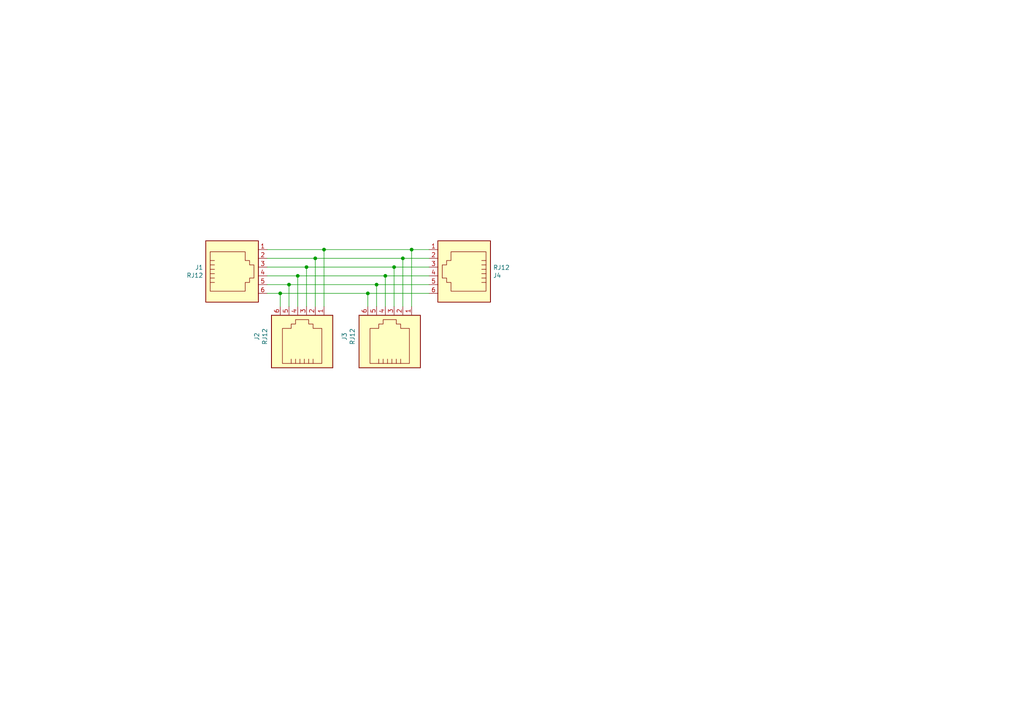
<source format=kicad_sch>
(kicad_sch (version 20211123) (generator eeschema)
  (paper "A4")
  (lib_symbols
    (symbol "Connector:RJ12" (pin_names (offset 1.016))
      (property "Reference" "J" (at -5.08 11.43 0))
      (property "Value" "RJ12" (at 2.54 11.43 0))
      (symbol "RJ12_0_1"
        (polyline (pts (xy -6.35 -1.905) (xy -5.08 -1.905) (xy -5.08 -1.905)))
        (polyline (pts (xy -6.35 -0.635) (xy -5.08 -0.635) (xy -5.08 -0.635)))
        (polyline (pts (xy -6.35 0.635) (xy -5.08 0.635) (xy -5.08 0.635)))
        (polyline (pts (xy -6.35 1.905) (xy -5.08 1.905) (xy -5.08 1.905)))
        (polyline (pts (xy -6.35 3.175) (xy -5.08 3.175) (xy -5.08 3.175)))
        (polyline (pts (xy -5.08 4.445) (xy -6.35 4.445) (xy -6.35 4.445)))
        (polyline (pts (xy -6.35 -4.445) (xy -6.35 6.985) (xy 3.81 6.985) (xy 3.81 4.445) (xy 5.08 4.445) (xy 5.08 3.175) (xy 6.35 3.175) (xy 6.35 -0.635) (xy 5.08 -0.635) (xy 5.08 -1.905) (xy 3.81 -1.905) (xy 3.81 -4.445) (xy -6.35 -4.445) (xy -6.35 -4.445)))
        (rectangle (start 7.62 10.16) (end -7.62 -7.62) (stroke (width 0.254)) (fill (type background)))
      )
      (symbol "RJ12_1_1"
        (pin passive line (at 10.16 -5.08 180) (length 2.54) (name "~") (number "1"))
        (pin passive line (at 10.16 -2.54 180) (length 2.54) (name "~") (number "2"))
        (pin passive line (at 10.16 0 180) (length 2.54) (name "~") (number "3"))
        (pin passive line (at 10.16 2.54 180) (length 2.54) (name "~") (number "4"))
        (pin passive line (at 10.16 5.08 180) (length 2.54) (name "~") (number "5"))
        (pin passive line (at 10.16 7.62 180) (length 2.54) (name "~") (number "6"))
      )
    )
  )
  (junction (at 81.28 85.09))
  (junction (at 106.68 85.09))
  (junction (at 91.44 74.93))
  (junction (at 109.22 82.55))
  (junction (at 86.36 80.01))
  (junction (at 116.84 74.93))
  (junction (at 93.98 72.39))
  (junction (at 111.76 80.01))
  (junction (at 83.82 82.55))
  (junction (at 119.38 72.39))
  (junction (at 88.9 77.47))
  (junction (at 114.3 77.47))
  (wire (pts (xy 111.76 80.01) (xy 124.46 80.01)))
  (wire (pts (xy 106.68 88.9) (xy 106.68 85.09)))
  (wire (pts (xy 86.36 88.9) (xy 86.36 80.01)))
  (wire (pts (xy 124.46 72.39) (xy 119.38 72.39)))
  (wire (pts (xy 93.98 88.9) (xy 93.98 72.39)))
  (wire (pts (xy 119.38 72.39) (xy 93.98 72.39)))
  (wire (pts (xy 83.82 88.9) (xy 83.82 82.55)))
  (wire (pts (xy 109.22 88.9) (xy 109.22 82.55)))
  (wire (pts (xy 91.44 88.9) (xy 91.44 74.93)))
  (wire (pts (xy 114.3 77.47) (xy 88.9 77.47)))
  (wire (pts (xy 91.44 74.93) (xy 116.84 74.93)))
  (wire (pts (xy 106.68 85.09) (xy 81.28 85.09)))
  (wire (pts (xy 109.22 82.55) (xy 124.46 82.55)))
  (wire (pts (xy 81.28 88.9) (xy 81.28 85.09)))
  (wire (pts (xy 77.47 80.01) (xy 86.36 80.01)))
  (wire (pts (xy 124.46 85.09) (xy 106.68 85.09)))
  (wire (pts (xy 116.84 88.9) (xy 116.84 74.93)))
  (wire (pts (xy 77.47 82.55) (xy 83.82 82.55)))
  (wire (pts (xy 114.3 77.47) (xy 114.3 88.9)))
  (wire (pts (xy 88.9 77.47) (xy 77.47 77.47)))
  (wire (pts (xy 81.28 85.09) (xy 77.47 85.09)))
  (wire (pts (xy 124.46 77.47) (xy 114.3 77.47)))
  (wire (pts (xy 77.47 74.93) (xy 91.44 74.93)))
  (wire (pts (xy 83.82 82.55) (xy 109.22 82.55)))
  (wire (pts (xy 88.9 77.47) (xy 88.9 88.9)))
  (wire (pts (xy 116.84 74.93) (xy 124.46 74.93)))
  (wire (pts (xy 93.98 72.39) (xy 77.47 72.39)))
  (wire (pts (xy 119.38 88.9) (xy 119.38 72.39)))
  (wire (pts (xy 86.36 80.01) (xy 111.76 80.01)))
  (wire (pts (xy 111.76 88.9) (xy 111.76 80.01)))
  (symbol (lib_id "Connector:RJ12") (at 67.31 77.47 0) (mirror x) (unit 1)
    (property "Reference" "J1" (at 58.9534 77.5716 0) (effects (justify right)))
    (property "Value" "RJ12" (at 58.9534 79.883 0) (effects (justify right)))
    (property "Footprint" "Connector_RJ:RJ25_Wayconn_MJEA-660X1_Horizontal" (effects hide))
  )
  (symbol (lib_id "Connector:RJ12") (at 88.9 99.06 90) (unit 1)
    (property "Reference" "J2" (at 74.4982 97.6122 0))
    (property "Value" "RJ12" (at 76.8096 97.6122 0))
    (property "Footprint" "Connector_RJ:RJ12_Amphenol_54601" (effects hide))
  )
  (symbol (lib_id "Connector:RJ12") (at 114.3 99.06 90) (unit 1)
    (property "Reference" "J3" (at 99.8982 97.6122 0))
    (property "Value" "RJ12" (at 102.2096 97.6122 0))
    (property "Footprint" "Connector_RJ:RJ25_Wayconn_MJEA-660X1_Horizontal" (effects hide))
  )
  (symbol (lib_id "Connector:RJ12") (at 134.62 77.47 180) (unit 1)
    (property "Reference" "J4" (at 143.002 79.9084 0) (effects (justify right)))
    (property "Value" "RJ12" (at 143.002 77.597 0) (effects (justify right)))
    (property "Footprint" "Connector_RJ:RJ12_Amphenol_54601" (effects hide))
  )
)
</source>
